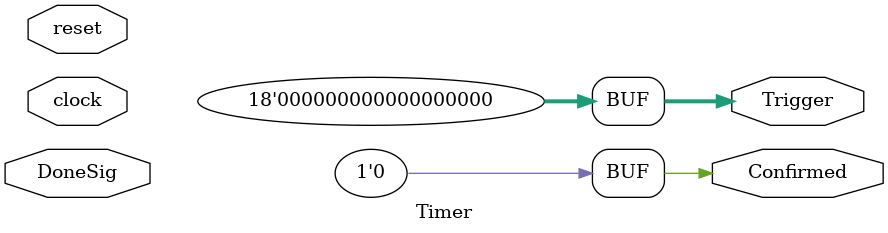
<source format=sv>
`timescale 1ns / 1ps


module Timer(
input logic clock, 
input logic reset, 
input logic DoneSig,
output logic Confirmed, 
output logic [17:0] Trigger
); 

initial begin
 Confirmed = 0;
 Trigger = 0;  
end

always @(reset)
begin
Confirmed = 0;
Trigger = 0;  
end

always @(posedge clock)
begin
    
    if((DoneSig == 1))
    Trigger = Trigger + 1;
    if(Trigger == 125000)
    Confirmed = 1;
    end

endmodule


</source>
